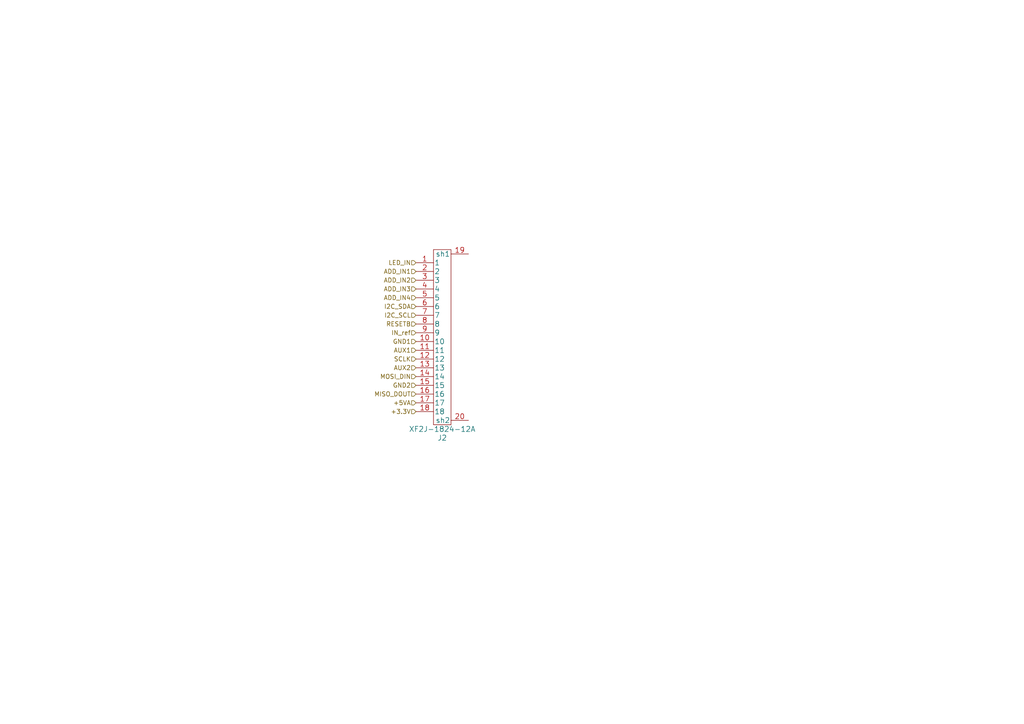
<source format=kicad_sch>
(kicad_sch (version 20230121) (generator eeschema)
  (paper "A4")
  (lib_symbols
    (symbol "00_custom:XF2J-1824-12A" (pin_names (offset 0.254))
      (property "Reference" "J" (at 11.43 -24.13 0))
      (property "Value" "XF2J-1824-12A" (at 20.32 -26.67 0))
      (symbol "XF2J-1824-12A_0_1"
        (rectangle (start 5.08 3.81) (end 10.16 -46.99))
      )
      (symbol "XF2J-1824-12A_1_1"
        (pin unspecified line (at 0 0 0) (length 5.08) (name "1") (number "1"))
        (pin unspecified line (at 0 -22.86 0) (length 5.08) (name "10") (number "10"))
        (pin unspecified line (at 0 -25.4 0) (length 5.08) (name "11") (number "11"))
        (pin unspecified line (at 0 -27.94 0) (length 5.08) (name "12") (number "12"))
        (pin unspecified line (at 0 -30.48 0) (length 5.08) (name "13") (number "13"))
        (pin unspecified line (at 0 -33.02 0) (length 5.08) (name "14") (number "14"))
        (pin unspecified line (at 0 -35.56 0) (length 5.08) (name "15") (number "15"))
        (pin unspecified line (at 0 -38.1 0) (length 5.08) (name "16") (number "16"))
        (pin unspecified line (at 0 -40.64 0) (length 5.08) (name "17") (number "17"))
        (pin unspecified line (at 0 -43.18 0) (length 5.08) (name "18") (number "18"))
        (pin unspecified line (at 15.24 2.54 180) (length 5.08) (name "sh1") (number "19"))
        (pin unspecified line (at 0 -2.54 0) (length 5.08) (name "2") (number "2"))
        (pin unspecified line (at 15.24 -45.72 180) (length 5.08) (name "sh2") (number "20"))
        (pin unspecified line (at 0 -5.08 0) (length 5.08) (name "3") (number "3"))
        (pin unspecified line (at 0 -7.62 0) (length 5.08) (name "4") (number "4"))
        (pin unspecified line (at 0 -10.16 0) (length 5.08) (name "5") (number "5"))
        (pin unspecified line (at 0 -12.7 0) (length 5.08) (name "6") (number "6"))
        (pin unspecified line (at 0 -15.24 0) (length 5.08) (name "7") (number "7"))
        (pin unspecified line (at 0 -17.78 0) (length 5.08) (name "8") (number "8"))
        (pin unspecified line (at 0 -20.32 0) (length 5.08) (name "9") (number "9"))
      )
    )
  )
  (hierarchical_label "I2C_SDA" (shape input) (at 120.65 88.9 180))
  (hierarchical_label "MOSI_DIN" (shape input) (at 120.65 109.22 180))
  (hierarchical_label "AUX1" (shape input) (at 120.65 101.6 180))
  (hierarchical_label "GND1" (shape input) (at 120.65 99.06 180))
  (hierarchical_label "+5VA" (shape input) (at 120.65 116.84 180))
  (hierarchical_label "SCLK" (shape input) (at 120.65 104.14 180))
  (hierarchical_label "ADD_IN1" (shape input) (at 120.65 78.74 180))
  (hierarchical_label "+3.3V" (shape input) (at 120.65 119.38 180))
  (hierarchical_label "LED_IN" (shape input) (at 120.65 76.2 180))
  (hierarchical_label "RESETB" (shape input) (at 120.65 93.98 180))
  (hierarchical_label "MISO_DOUT" (shape input) (at 120.65 114.3 180))
  (hierarchical_label "ADD_IN2" (shape input) (at 120.65 81.28 180))
  (hierarchical_label "GND2" (shape input) (at 120.65 111.76 180))
  (hierarchical_label "ADD_IN3" (shape input) (at 120.65 83.82 180))
  (hierarchical_label "I2C_SCL" (shape input) (at 120.65 91.44 180))
  (hierarchical_label "AUX2" (shape input) (at 120.65 106.68 180))
  (hierarchical_label "ADD_IN4" (shape input) (at 120.65 86.36 180))
  (hierarchical_label "IN_ref" (shape input) (at 120.65 96.52 180))
  (symbol (lib_id "00_custom:XF2J-1824-12A") (at 120.65 76.2 0) (unit 1)
    (property "Reference" "J2" (at 128.27 127 0) (effects (font (size 1.524 1.524))))
    (property "Value" "XF2J-1824-12A" (at 128.27 124.46 0) (effects (font (size 1.524 1.524))))
    (property "Footprint" "00_custom-footprints:XF2J-1824-12A" (effects hide))
    (instances (project "clvHd_master_pico" (path "" (reference "J2") (unit 1)) (path "" (reference "J1") (unit 1))) (project "ads1293_logic_add" (path "" (reference "J1") (unit 1))) (project "clvHd_master_teensy41" (path "" (reference "J1") (unit 1))) (project "hc32l110" (path "" (reference "J1") (unit 1))))
  )
)
</source>
